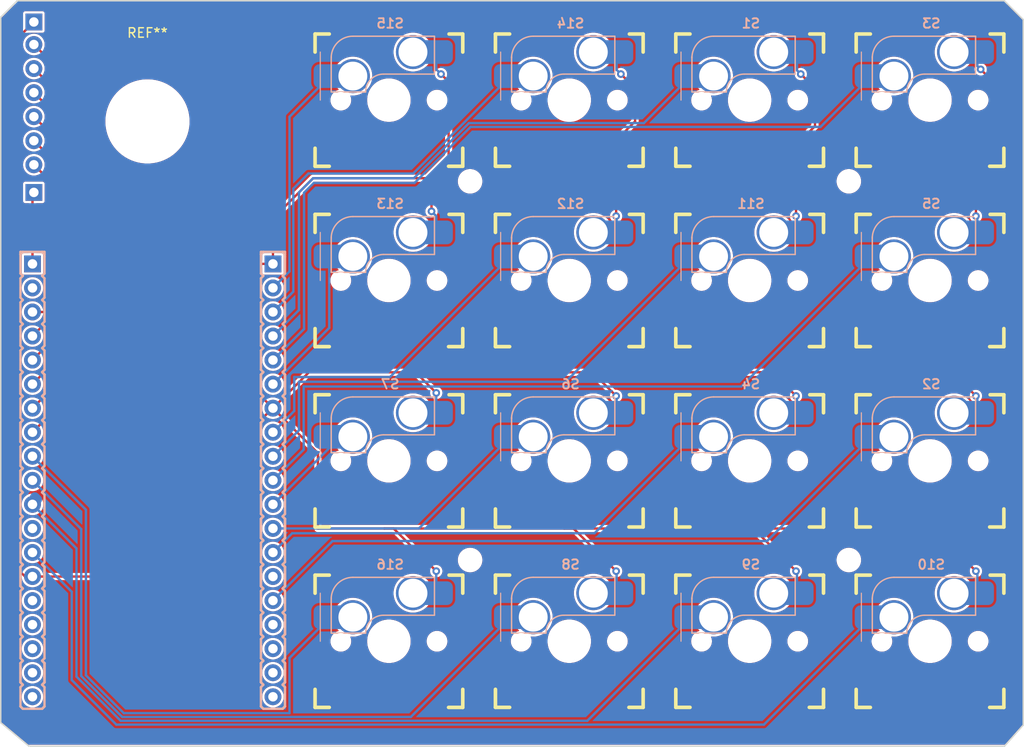
<source format=kicad_pcb>
(kicad_pcb (version 20241229) (generator "pcbnew") (generator_version "9.0")
  (layers (0 "F.Cu" signal) (2 "B.Cu" signal) (13 "F.Paste" user) (15 "B.Paste" user) (5 "F.SilkS" user "F.Silkscreen") (7 "B.SilkS" user "B.Silkscreen") (1 "F.Mask" user) (3 "B.Mask" user) (25 "Edge.Cuts" user))
  (net 0 "")
  (net 1 "/GND")
  (net 2 "+3V3")
  (net 3 "+5V")
  (net 4 "/ESP_EN")
  (net 5 "/GPIO2")
  (net 6 "/GPIO0")
  (net 7 "/GPIO12")
  (net 8 "/GPIO26")
  (net 9 "/GPIO17")
  (net 10 "/GPIO7/SD_DATA0")
  (net 11 "/GPIO10/SD_DATA3")
  (net 12 "/GPIO8/SD_DATA1")
  (net 13 "/GPIO11/SD_CMD")
  (net 14 "/GPIO9/SD_DATA2")
  (net 15 "/GPIO13")
  (net 16 "/GPIO6/SD_CLK")
  (net 17 "/GPIO14")
  (net 18 "/GPIO16")
  (net 19 "/GPIO4")
  (net 20 "/GPIO15")
  (net 21 "/GPIO27")
  (net 22 "/GPI36/SENSOR_VP")
  (net 23 "/GPI39/SENSOR_VN")
  (net 24 "/GPIO23")
  (net 25 "/GPIO32")
  (net 26 "/GPI35")
  (net 27 "/GPIO21")
  (net 28 "/GPIO25")
  (net 29 "/GPIO22")
  (net 30 "/GPIO33")
  (net 31 "/GPI34")
  (net 32 "/GPIO18")
  (net 33 "/GPIO19")
  (net 34 "/GPIO5")
  (net 35 "/GPIO1")
  (net 36 "/GPIO3")
  (footprint "MountingHole:MountingHole_2.1mm" (layer "F.Cu") (at 138.5761 124.8286)
    (property "Reference" "REF**")
    (property "Value" "MountingHole_2.1mm")
    (pad "" np_thru_hole circle (at 0 0) (size 2.1 2.1) (drill 2.1) (layers "*.Cu" "*.Mask"))
  )
  (footprint "" (layer "F.Cu") (at 92.5 68)
    (property "Reference" "" (at 0 0 0) (layer "F.SilkS") (effects (font (size 1.27 1.27))))
    (property "Value" "")
    (pad "1" thru_hole rect (at 0 0 270) (size 1.778 1.778) (drill 1) (layers "*.Cu" "*.Mask") (net 1 "/GND"))
  )
  (footprint "MountingHole:MountingHole_2.1mm" (layer "F.Cu") (at 178.5761 124.8286)
    (property "Reference" "REF**")
    (property "Value" "MountingHole_2.1mm")
    (pad "" np_thru_hole circle (at 0 0) (size 2.1 2.1) (drill 2.1) (layers "*.Cu" "*.Mask"))
  )
  (footprint "" (layer "F.Cu") (at 92.5 83.08 180)
    (property "Reference" "" (at 0 0 0) (layer "F.SilkS") (effects (font (size 1.27 1.27))))
    (property "Value" "")
    (pad "3" thru_hole circle (at 0 0 90) (size 1.778 1.778) (drill 1) (layers "*.Cu" "*.Mask") (net 22 "/GPI36/SENSOR_VP"))
  )
  (footprint "" (layer "F.Cu") (at 92.5 86)
    (property "Reference" "" (at 0 0 0) (layer "F.SilkS") (effects (font (size 1.27 1.27))))
    (property "Value" "")
    (pad "1" thru_hole rect (at 0 0 270) (size 1.778 1.778) (drill 1) (layers "*.Cu" "*.Mask") (net 2 "+3V3"))
  )
  (footprint "" (layer "F.Cu") (at 92.5 70.38 180)
    (property "Reference" "" (at 0 0 0) (layer "F.SilkS") (effects (font (size 1.27 1.27))))
    (property "Value" "")
    (pad "8" thru_hole circle (at 0 0 90) (size 1.778 1.778) (drill 1) (layers "*.Cu" "*.Mask") (net 30 "/GPIO33"))
  )
  (footprint "" (layer "F.Cu") (at 92.5 78 180)
    (property "Reference" "" (at 0 0 0) (layer "F.SilkS") (effects (font (size 1.27 1.27))))
    (property "Value" "")
    (pad "5" thru_hole circle (at 0 0 90) (size 1.778 1.778) (drill 1) (layers "*.Cu" "*.Mask") (net 31 "/GPI34"))
  )
  (footprint "" (layer "F.Cu") (at 92.5 80.54 180)
    (property "Reference" "" (at 0 0 0) (layer "F.SilkS") (effects (font (size 1.27 1.27))))
    (property "Value" "")
    (pad "4" thru_hole circle (at 0 0 90) (size 1.778 1.778) (drill 1) (layers "*.Cu" "*.Mask") (net 23 "/GPI39/SENSOR_VN"))
  )
  (footprint "" (layer "F.Cu") (at 92.5 72.92 180)
    (property "Reference" "" (at 0 0 0) (layer "F.SilkS") (effects (font (size 1.27 1.27))))
    (property "Value" "")
    (pad "7" thru_hole circle (at 0 0 90) (size 1.778 1.778) (drill 1) (layers "*.Cu" "*.Mask") (net 25 "/GPIO32"))
  )
  (footprint "MountingHole:MountingHole_8.4mm_M8" (layer "F.Cu") (at 104.5 78.5)
    (property "Reference" "REF**" (at 0 -9.35 0) (layer "F.SilkS"))
    (property "Value" "MountingHole_8.4mm_M8")
    (pad "" np_thru_hole circle (at 0 0) (size 8.4 8.4) (drill 8.4) (layers "*.Cu" "*.Mask"))
  )
  (footprint "MountingHole:MountingHole_2.1mm" (layer "F.Cu") (at 138.5761 84.8286)
    (property "Reference" "REF**")
    (property "Value" "MountingHole_2.1mm")
    (pad "" np_thru_hole circle (at 0 0) (size 2.1 2.1) (drill 2.1) (layers "*.Cu" "*.Mask"))
  )
  (footprint "MountingHole:MountingHole_2.1mm" (layer "F.Cu") (at 178.5761 84.8286)
    (property "Reference" "REF**")
    (property "Value" "MountingHole_2.1mm")
    (pad "" np_thru_hole circle (at 0 0) (size 2.1 2.1) (drill 2.1) (layers "*.Cu" "*.Mask"))
  )
  (footprint "" (layer "F.Cu") (at 92.5 75.46 180)
    (property "Reference" "" (at 0 0 0) (layer "F.SilkS") (effects (font (size 1.27 1.27))))
    (property "Value" "")
    (pad "6" thru_hole circle (at 0 0 90) (size 1.778 1.778) (drill 1) (layers "*.Cu" "*.Mask") (net 26 "/GPI35"))
  )
  (footprint "Keyswitch:Kailh-CPG151101S11_MX_Socket-1.00u" (layer "B.Cu") (at 130.0011 76.2536 180)
    (property "Reference" "S15" (at -0.13 8.1 0) (layer "B.SilkS") (effects (font (thickness 0.2)) (justify mirror)))
    (property "Value" "MOMENTARY-SWITCH-SPST-LED-PTH-CHERRY" (hide yes))
    (pad "" np_thru_hole circle (at -5.08 0 180) (size 1.7 1.7) (drill 1.7) (layers "*.Cu" "*.Mask"))
    (pad "" np_thru_hole circle (at 0 0 180) (size 4.1 4.1) (drill 4.1) (layers "*.Cu" "*.Mask"))
    (pad "" np_thru_hole circle (at 5.08 0 180) (size 1.7 1.7) (drill 1.7) (layers "*.Cu" "*.Mask"))
    (pad "1" thru_hole circle (at -2.54 5.08 180) (size 3.6 3.6) (drill 3.05) (layers "*.Cu" "*.Mask"))
    (pad "2" thru_hole circle (at 3.81 2.54 180) (size 3.6 3.6) (drill 3.05) (layers "*.Cu" "*.Mask"))
    (pad "S1" smd roundrect (at -5 5.08 180) (size 3.5 2.5) (layers "B.Cu" "B.Mask" "B.Paste") (net 1 "/GND"))
    (pad "S2" smd roundrect (at 6.2 2.54 180) (size 3.5 2.5) (layers "B.Cu" "B.Mask" "B.Paste") (net 24 "/GPIO23"))
  )
  (footprint "Keyswitch:Kailh-CPG151101S11_MX_Socket-1.00u" (layer "B.Cu") (at 168.1011 133.4036 180)
    (property "Reference" "S9" (at -0.13 8.1 0) (layer "B.SilkS") (effects (font (thickness 0.2)) (justify mirror)))
    (property "Value" "MOMENTARY-SWITCH-SPST-LED-PTH-CHERRY" (hide yes))
    (pad "" np_thru_hole circle (at -5.08 0 180) (size 1.7 1.7) (drill 1.7) (layers "*.Cu" "*.Mask"))
    (pad "" np_thru_hole circle (at 0 0 180) (size 4.1 4.1) (drill 4.1) (layers "*.Cu" "*.Mask"))
    (pad "" np_thru_hole circle (at 5.08 0 180) (size 1.7 1.7) (drill 1.7) (layers "*.Cu" "*.Mask"))
    (pad "1" thru_hole circle (at -2.54 5.08 180) (size 3.6 3.6) (drill 3.05) (layers "*.Cu" "*.Mask"))
    (pad "2" thru_hole circle (at 3.81 2.54 180) (size 3.6 3.6) (drill 3.05) (layers "*.Cu" "*.Mask"))
    (pad "S1" smd roundrect (at -5 5.08 180) (size 3.5 2.5) (layers "B.Cu" "B.Mask" "B.Paste") (net 1 "/GND"))
    (pad "S2" smd roundrect (at 6.2 2.54 180) (size 3.5 2.5) (layers "B.Cu" "B.Mask" "B.Paste") (net 21 "/GPIO27"))
  )
  (footprint "Keyswitch:Kailh-CPG151101S11_MX_Socket-1.00u" (layer "B.Cu") (at 187.1511 95.3036 180)
    (property "Reference" "S5" (at -0.13 8.1 0) (layer "B.SilkS") (effects (font (thickness 0.2)) (justify mirror)))
    (property "Value" "MOMENTARY-SWITCH-SPST-LED-PTH-CHERRY" (hide yes))
    (pad "" np_thru_hole circle (at -5.08 0 180) (size 1.7 1.7) (drill 1.7) (layers "*.Cu" "*.Mask"))
    (pad "" np_thru_hole circle (at 0 0 180) (size 4.1 4.1) (drill 4.1) (layers "*.Cu" "*.Mask"))
    (pad "" np_thru_hole circle (at 5.08 0 180) (size 1.7 1.7) (drill 1.7) (layers "*.Cu" "*.Mask"))
    (pad "1" thru_hole circle (at -2.54 5.08 180) (size 3.6 3.6) (drill 3.05) (layers "*.Cu" "*.Mask"))
    (pad "2" thru_hole circle (at 3.81 2.54 180) (size 3.6 3.6) (drill 3.05) (layers "*.Cu" "*.Mask"))
    (pad "S1" smd roundrect (at -5 5.08 180) (size 3.5 2.5) (layers "B.Cu" "B.Mask" "B.Paste") (net 1 "/GND"))
    (pad "S2" smd roundrect (at 6.2 2.54 180) (size 3.5 2.5) (layers "B.Cu" "B.Mask" "B.Paste") (net 34 "/GPIO5"))
  )
  (footprint "Keyswitch:Kailh-CPG151101S11_MX_Socket-1.00u" (layer "B.Cu") (at 149.0511 76.2536 180)
    (property "Reference" "S14" (at -0.13 8.1 0) (layer "B.SilkS") (effects (font (thickness 0.2)) (justify mirror)))
    (property "Value" "MOMENTARY-SWITCH-SPST-LED-PTH-CHERRY" (hide yes))
    (pad "" np_thru_hole circle (at -5.08 0 180) (size 1.7 1.7) (drill 1.7) (layers "*.Cu" "*.Mask"))
    (pad "" np_thru_hole circle (at 0 0 180) (size 4.1 4.1) (drill 4.1) (layers "*.Cu" "*.Mask"))
    (pad "" np_thru_hole circle (at 5.08 0 180) (size 1.7 1.7) (drill 1.7) (layers "*.Cu" "*.Mask"))
    (pad "1" thru_hole circle (at -2.54 5.08 180) (size 3.6 3.6) (drill 3.05) (layers "*.Cu" "*.Mask"))
    (pad "2" thru_hole circle (at 3.81 2.54 180) (size 3.6 3.6) (drill 3.05) (layers "*.Cu" "*.Mask"))
    (pad "S1" smd roundrect (at -5 5.08 180) (size 3.5 2.5) (layers "B.Cu" "B.Mask" "B.Paste") (net 1 "/GND"))
    (pad "S2" smd roundrect (at 6.2 2.54 180) (size 3.5 2.5) (layers "B.Cu" "B.Mask" "B.Paste") (net 29 "/GPIO22"))
  )
  (footprint "Keyswitch:Kailh-CPG151101S11_MX_Socket-1.00u" (layer "B.Cu") (at 187.1511 76.2536 180)
    (property "Reference" "S3" (at -0.13 8.1 0) (layer "B.SilkS") (effects (font (thickness 0.2)) (justify mirror)))
    (property "Value" "MOMENTARY-SWITCH-SPST-LED-PTH-CHERRY" (hide yes))
    (pad "" np_thru_hole circle (at -5.08 0 180) (size 1.7 1.7) (drill 1.7) (layers "*.Cu" "*.Mask"))
    (pad "" np_thru_hole circle (at 0 0 180) (size 4.1 4.1) (drill 4.1) (layers "*.Cu" "*.Mask"))
    (pad "" np_thru_hole circle (at 5.08 0 180) (size 1.7 1.7) (drill 1.7) (layers "*.Cu" "*.Mask"))
    (pad "1" thru_hole circle (at -2.54 5.08 180) (size 3.6 3.6) (drill 3.05) (layers "*.Cu" "*.Mask"))
    (pad "2" thru_hole circle (at 3.81 2.54 180) (size 3.6 3.6) (drill 3.05) (layers "*.Cu" "*.Mask"))
    (pad "S1" smd roundrect (at -5 5.08 180) (size 3.5 2.5) (layers "B.Cu" "B.Mask" "B.Paste") (net 1 "/GND"))
    (pad "S2" smd roundrect (at 6.2 2.54 180) (size 3.5 2.5) (layers "B.Cu" "B.Mask" "B.Paste") (net 36 "/GPIO3"))
  )
  (footprint "Keyswitch:Kailh-CPG151101S11_MX_Socket-1.00u" (layer "B.Cu") (at 130.0011 95.3036 180)
    (property "Reference" "S13" (at -0.13 8.1 0) (layer "B.SilkS") (effects (font (thickness 0.2)) (justify mirror)))
    (property "Value" "MOMENTARY-SWITCH-SPST-LED-PTH-CHERRY" (hide yes))
    (pad "" np_thru_hole circle (at -5.08 0 180) (size 1.7 1.7) (drill 1.7) (layers "*.Cu" "*.Mask"))
    (pad "" np_thru_hole circle (at 0 0 180) (size 4.1 4.1) (drill 4.1) (layers "*.Cu" "*.Mask"))
    (pad "" np_thru_hole circle (at 5.08 0 180) (size 1.7 1.7) (drill 1.7) (layers "*.Cu" "*.Mask"))
    (pad "1" thru_hole circle (at -2.54 5.08 180) (size 3.6 3.6) (drill 3.05) (layers "*.Cu" "*.Mask"))
    (pad "2" thru_hole circle (at 3.81 2.54 180) (size 3.6 3.6) (drill 3.05) (layers "*.Cu" "*.Mask"))
    (pad "S1" smd roundrect (at -5 5.08 180) (size 3.5 2.5) (layers "B.Cu" "B.Mask" "B.Paste") (net 1 "/GND"))
    (pad "S2" smd roundrect (at 6.2 2.54 180) (size 3.5 2.5) (layers "B.Cu" "B.Mask" "B.Paste") (net 27 "/GPIO21"))
  )
  (footprint "Keyswitch:Kailh-CPG151101S11_MX_Socket-1.00u" (layer "B.Cu") (at 149.0511 133.4036 180)
    (property "Reference" "S8" (at -0.13 8.1 0) (layer "B.SilkS") (effects (font (thickness 0.2)) (justify mirror)))
    (property "Value" "MOMENTARY-SWITCH-SPST-LED-PTH-CHERRY" (hide yes))
    (pad "" np_thru_hole circle (at -5.08 0 180) (size 1.7 1.7) (drill 1.7) (layers "*.Cu" "*.Mask"))
    (pad "" np_thru_hole circle (at 0 0 180) (size 4.1 4.1) (drill 4.1) (layers "*.Cu" "*.Mask"))
    (pad "" np_thru_hole circle (at 5.08 0 180) (size 1.7 1.7) (drill 1.7) (layers "*.Cu" "*.Mask"))
    (pad "1" thru_hole circle (at -2.54 5.08 180) (size 3.6 3.6) (drill 3.05) (layers "*.Cu" "*.Mask"))
    (pad "2" thru_hole circle (at 3.81 2.54 180) (size 3.6 3.6) (drill 3.05) (layers "*.Cu" "*.Mask"))
    (pad "S1" smd roundrect (at -5 5.08 180) (size 3.5 2.5) (layers "B.Cu" "B.Mask" "B.Paste") (net 1 "/GND"))
    (pad "S2" smd roundrect (at 6.2 2.54 180) (size 3.5 2.5) (layers "B.Cu" "B.Mask" "B.Paste") (net 8 "/GPIO26"))
  )
  (footprint "Keyswitch:Kailh-CPG151101S11_MX_Socket-1.00u" (layer "B.Cu") (at 168.1011 114.3536 180)
    (property "Reference" "S4" (at -0.13 8.1 0) (layer "B.SilkS") (effects (font (thickness 0.2)) (justify mirror)))
    (property "Value" "MOMENTARY-SWITCH-SPST-LED-PTH-CHERRY" (hide yes))
    (pad "" np_thru_hole circle (at -5.08 0 180) (size 1.7 1.7) (drill 1.7) (layers "*.Cu" "*.Mask"))
    (pad "" np_thru_hole circle (at 0 0 180) (size 4.1 4.1) (drill 4.1) (layers "*.Cu" "*.Mask"))
    (pad "" np_thru_hole circle (at 5.08 0 180) (size 1.7 1.7) (drill 1.7) (layers "*.Cu" "*.Mask"))
    (pad "1" thru_hole circle (at -2.54 5.08 180) (size 3.6 3.6) (drill 3.05) (layers "*.Cu" "*.Mask"))
    (pad "2" thru_hole circle (at 3.81 2.54 180) (size 3.6 3.6) (drill 3.05) (layers "*.Cu" "*.Mask"))
    (pad "S1" smd roundrect (at -5 5.08 180) (size 3.5 2.5) (layers "B.Cu" "B.Mask" "B.Paste") (net 1 "/GND"))
    (pad "S2" smd roundrect (at 6.2 2.54 180) (size 3.5 2.5) (layers "B.Cu" "B.Mask" "B.Paste") (net 19 "/GPIO4"))
  )
  (footprint "OLIMEX_Connectors-FP:HN1x19" (layer "B.Cu") (at 92.354 115.14 -90)
    (property "Reference" "EXT1" (hide yes))
    (property "Value" "HN1x19" (hide yes))
    (pad "1" thru_hole rect (at -21.59 0 270) (size 1.778 1.778) (drill 1) (layers "*.Cu" "*.Mask") (net 2 "+3V3"))
    (pad "2" thru_hole circle (at -19.05 0 270) (size 1.778 1.778) (drill 1) (layers "*.Cu" "*.Mask") (net 4 "/ESP_EN"))
    (pad "3" thru_hole circle (at -16.51 0 270) (size 1.778 1.778) (drill 1) (layers "*.Cu" "*.Mask") (net 22 "/GPI36/SENSOR_VP"))
    (pad "4" thru_hole circle (at -13.97 0 270) (size 1.778 1.778) (drill 1) (layers "*.Cu" "*.Mask") (net 23 "/GPI39/SENSOR_VN"))
    (pad "5" thru_hole circle (at -11.43 0 270) (size 1.778 1.778) (drill 1) (layers "*.Cu" "*.Mask") (net 31 "/GPI34"))
    (pad "6" thru_hole circle (at -8.89 0 270) (size 1.778 1.778) (drill 1) (layers "*.Cu" "*.Mask") (net 26 "/GPI35"))
    (pad "7" thru_hole circle (at -6.35 0 270) (size 1.778 1.778) (drill 1) (layers "*.Cu" "*.Mask") (net 25 "/GPIO32"))
    (pad "8" thru_hole circle (at -3.81 0 270) (size 1.778 1.778) (drill 1) (layers "*.Cu" "*.Mask") (net 30 "/GPIO33"))
    (pad "9" thru_hole circle (at -1.27 0 270) (size 1.778 1.778) (drill 1) (layers "*.Cu" "*.Mask") (net 28 "/GPIO25"))
    (pad "10" thru_hole circle (at 1.27 0 270) (size 1.778 1.778) (drill 1) (layers "*.Cu" "*.Mask") (net 8 "/GPIO26"))
    (pad "11" thru_hole circle (at 3.81 0 270) (size 1.778 1.778) (drill 1) (layers "*.Cu" "*.Mask") (net 21 "/GPIO27"))
    (pad "12" thru_hole circle (at 6.35 0 270) (size 1.778 1.778) (drill 1) (layers "*.Cu" "*.Mask") (net 17 "/GPIO14"))
    (pad "13" thru_hole circle (at 8.89 0 270) (size 1.778 1.778) (drill 1) (layers "*.Cu" "*.Mask") (net 7 "/GPIO12"))
    (pad "14" thru_hole circle (at 11.43 0 270) (size 1.778 1.778) (drill 1) (layers "*.Cu" "*.Mask") (net 1 "/GND"))
    (pad "15" thru_hole circle (at 13.97 0 270) (size 1.778 1.778) (drill 1) (layers "*.Cu" "*.Mask") (net 15 "/GPIO13"))
    (pad "16" thru_hole circle (at 16.51 0 270) (size 1.778 1.778) (drill 1) (layers "*.Cu" "*.Mask") (net 14 "/GPIO9/SD_DATA2"))
    (pad "17" thru_hole circle (at 19.05 0 270) (size 1.778 1.778) (drill 1) (layers "*.Cu" "*.Mask") (net 11 "/GPIO10/SD_DATA3"))
    (pad "18" thru_hole circle (at 21.59 0 270) (size 1.778 1.778) (drill 1) (layers "*.Cu" "*.Mask") (net 13 "/GPIO11/SD_CMD"))
    (pad "19" thru_hole circle (at 24.13 0 270) (size 1.778 1.778) (drill 1) (layers "*.Cu" "*.Mask") (net 3 "+5V"))
  )
  (footprint "Keyswitch:Kailh-CPG151101S11_MX_Socket-1.00u" (layer "B.Cu") (at 168.1011 95.3036 180)
    (property "Reference" "S11" (at -0.13 8.1 0) (layer "B.SilkS") (effects (font (thickness 0.2)) (justify mirror)))
    (property "Value" "MOMENTARY-SWITCH-SPST-LED-PTH-CHERRY" (hide yes))
    (pad "" np_thru_hole circle (at -5.08 0 180) (size 1.7 1.7) (drill 1.7) (layers "*.Cu" "*.Mask"))
    (pad "" np_thru_hole circle (at 0 0 180) (size 4.1 4.1) (drill 4.1) (layers "*.Cu" "*.Mask"))
    (pad "" np_thru_hole circle (at 5.08 0 180) (size 1.7 1.7) (drill 1.7) (layers "*.Cu" "*.Mask"))
    (pad "1" thru_hole circle (at -2.54 5.08 180) (size 3.6 3.6) (drill 3.05) (layers "*.Cu" "*.Mask"))
    (pad "2" thru_hole circle (at 3.81 2.54 180) (size 3.6 3.6) (drill 3.05) (layers "*.Cu" "*.Mask"))
    (pad "S1" smd roundrect (at -5 5.08 180) (size 3.5 2.5) (layers "B.Cu" "B.Mask" "B.Paste") (net 1 "/GND"))
    (pad "S2" smd roundrect (at 6.2 2.54 180) (size 3.5 2.5) (layers "B.Cu" "B.Mask" "B.Paste") (net 32 "/GPIO18"))
  )
  (footprint "Keyswitch:Kailh-CPG151101S11_MX_Socket-1.00u" (layer "B.Cu") (at 149.0511 95.3036 180)
    (property "Reference" "S12" (at -0.13 8.1 0) (layer "B.SilkS") (effects (font (thickness 0.2)) (justify mirror)))
    (property "Value" "MOMENTARY-SWITCH-SPST-LED-PTH-CHERRY" (hide yes))
    (pad "" np_thru_hole circle (at -5.08 0 180) (size 1.7 1.7) (drill 1.7) (layers "*.Cu" "*.Mask"))
    (pad "" np_thru_hole circle (at 0 0 180) (size 4.1 4.1) (drill 4.1) (layers "*.Cu" "*.Mask"))
    (pad "" np_thru_hole circle (at 5.08 0 180) (size 1.7 1.7) (drill 1.7) (layers "*.Cu" "*.Mask"))
    (pad "1" thru_hole circle (at -2.54 5.08 180) (size 3.6 3.6) (drill 3.05) (layers "*.Cu" "*.Mask"))
    (pad "2" thru_hole circle (at 3.81 2.54 180) (size 3.6 3.6) (drill 3.05) (layers "*.Cu" "*.Mask"))
    (pad "S1" smd roundrect (at -5 5.08 180) (size 3.5 2.5) (layers "B.Cu" "B.Mask" "B.Paste") (net 1 "/GND"))
    (pad "S2" smd roundrect (at 6.2 2.54 180) (size 3.5 2.5) (layers "B.Cu" "B.Mask" "B.Paste") (net 33 "/GPIO19"))
  )
  (footprint "OLIMEX_Connectors-FP:HN1x19" (layer "B.Cu") (at 117.754 115.14 -90)
    (property "Reference" "EXT2" (hide yes))
    (property "Value" "HN1x19" (hide yes))
    (pad "1" thru_hole rect (at -21.59 0 270) (size 1.778 1.778) (drill 1) (layers "*.Cu" "*.Mask") (net 1 "/GND"))
    (pad "2" thru_hole circle (at -19.05 0 270) (size 1.778 1.778) (drill 1) (layers "*.Cu" "*.Mask") (net 24 "/GPIO23"))
    (pad "3" thru_hole circle (at -16.51 0 270) (size 1.778 1.778) (drill 1) (layers "*.Cu" "*.Mask") (net 29 "/GPIO22"))
    (pad "4" thru_hole circle (at -13.97 0 270) (size 1.778 1.778) (drill 1) (layers "*.Cu" "*.Mask") (net 35 "/GPIO1"))
    (pad "5" thru_hole circle (at -11.43 0 270) (size 1.778 1.778) (drill 1) (layers "*.Cu" "*.Mask") (net 36 "/GPIO3"))
    (pad "6" thru_hole circle (at -8.89 0 270) (size 1.778 1.778) (drill 1) (layers "*.Cu" "*.Mask") (net 27 "/GPIO21"))
    (pad "7" thru_hole circle (at -6.35 0 270) (size 1.778 1.778) (drill 1) (layers "*.Cu" "*.Mask") (net 1 "/GND"))
    (pad "8" thru_hole circle (at -3.81 0 270) (size 1.778 1.778) (drill 1) (layers "*.Cu" "*.Mask") (net 33 "/GPIO19"))
    (pad "9" thru_hole circle (at -1.27 0 270) (size 1.778 1.778) (drill 1) (layers "*.Cu" "*.Mask") (net 32 "/GPIO18"))
    (pad "10" thru_hole circle (at 1.27 0 270) (size 1.778 1.778) (drill 1) (layers "*.Cu" "*.Mask") (net 34 "/GPIO5"))
    (pad "11" thru_hole circle (at 3.81 0 270) (size 1.778 1.778) (drill 1) (layers "*.Cu" "*.Mask") (net 9 "/GPIO17"))
    (pad "12" thru_hole circle (at 6.35 0 270) (size 1.778 1.778) (drill 1) (layers "*.Cu" "*.Mask") (net 18 "/GPIO16"))
    (pad "13" thru_hole circle (at 8.89 0 270) (size 1.778 1.778) (drill 1) (layers "*.Cu" "*.Mask") (net 19 "/GPIO4"))
    (pad "14" thru_hole circle (at 11.43 0 270) (size 1.778 1.778) (drill 1) (layers "*.Cu" "*.Mask") (net 6 "/GPIO0"))
    (pad "15" thru_hole circle (at 13.97 0 270) (size 1.778 1.778) (drill 1) (layers "*.Cu" "*.Mask") (net 5 "/GPIO2"))
    (pad "16" thru_hole circle (at 16.51 0 270) (size 1.778 1.778) (drill 1) (layers "*.Cu" "*.Mask") (net 20 "/GPIO15"))
    (pad "17" thru_hole circle (at 19.05 0 270) (size 1.778 1.778) (drill 1) (layers "*.Cu" "*.Mask") (net 12 "/GPIO8/SD_DATA1"))
    (pad "18" thru_hole circle (at 21.59 0 270) (size 1.778 1.778) (drill 1) (layers "*.Cu" "*.Mask") (net 10 "/GPIO7/SD_DATA0"))
    (pad "19" thru_hole circle (at 24.13 0 270) (size 1.778 1.778) (drill 1) (layers "*.Cu" "*.Mask") (net 16 "/GPIO6/SD_CLK"))
  )
  (footprint "Keyswitch:Kailh-CPG151101S11_MX_Socket-1.00u" (layer "B.Cu") (at 187.1511 114.3536 180)
    (property "Reference" "S2" (at -0.13 8.1 0) (layer "B.SilkS") (effects (font (thickness 0.2)) (justify mirror)))
    (property "Value" "MOMENTARY-SWITCH-SPST-LED-PTH-CHERRY" (hide yes))
    (pad "" np_thru_hole circle (at -5.08 0 180) (size 1.7 1.7) (drill 1.7) (layers "*.Cu" "*.Mask"))
    (pad "" np_thru_hole circle (at 0 0 180) (size 4.1 4.1) (drill 4.1) (layers "*.Cu" "*.Mask"))
    (pad "" np_thru_hole circle (at 5.08 0 180) (size 1.7 1.7) (drill 1.7) (layers "*.Cu" "*.Mask"))
    (pad "1" thru_hole circle (at -2.54 5.08 180) (size 3.6 3.6) (drill 3.05) (layers "*.Cu" "*.Mask"))
    (pad "2" thru_hole circle (at 3.81 2.54 180) (size 3.6 3.6) (drill 3.05) (layers "*.Cu" "*.Mask"))
    (pad "S1" smd roundrect (at -5 5.08 180) (size 3.5 2.5) (layers "B.Cu" "B.Mask" "B.Paste") (net 1 "/GND"))
    (pad "S2" smd roundrect (at 6.2 2.54 180) (size 3.5 2.5) (layers "B.Cu" "B.Mask" "B.Paste") (net 5 "/GPIO2"))
  )
  (footprint "Keyswitch:Kailh-CPG151101S11_MX_Socket-1.00u" (layer "B.Cu") (at 168.1011 76.2536 180)
    (property "Reference" "S1" (at -0.13 8.1 0) (layer "B.SilkS") (effects (font (thickness 0.2)) (justify mirror)))
    (property "Value" "MOMENTARY-SWITCH-SPST-LED-PTH-CHERRY" (hide yes))
    (pad "" np_thru_hole circle (at -5.08 0 180) (size 1.7 1.7) (drill 1.7) (layers "*.Cu" "*.Mask"))
    (pad "" np_thru_hole circle (at 0 0 180) (size 4.1 4.1) (drill 4.1) (layers "*.Cu" "*.Mask"))
    (pad "" np_thru_hole circle (at 5.08 0 180) (size 1.7 1.7) (drill 1.7) (layers "*.Cu" "*.Mask"))
    (pad "1" thru_hole circle (at -2.54 5.08 180) (size 3.6 3.6) (drill 3.05) (layers "*.Cu" "*.Mask"))
    (pad "2" thru_hole circle (at 3.81 2.54 180) (size 3.6 3.6) (drill 3.05) (layers "*.Cu" "*.Mask"))
    (pad "S1" smd roundrect (at -5 5.08 180) (size 3.5 2.5) (layers "B.Cu" "B.Mask" "B.Paste") (net 1 "/GND"))
    (pad "S2" smd roundrect (at 6.2 2.54 180) (size 3.5 2.5) (layers "B.Cu" "B.Mask" "B.Paste") (net 35 "/GPIO1"))
  )
  (footprint "Keyswitch:Kailh-CPG151101S11_MX_Socket-1.00u" (layer "B.Cu") (at 130.0011 133.4072 180)
    (property "Reference" "S16" (at -0.13 8.1 0) (layer "B.SilkS") (effects (font (thickness 0.2)) (justify mirror)))
    (property "Value" "MOMENTARY-SWITCH-SPST-LED-PTH-CHERRY" (hide yes))
    (pad "" np_thru_hole circle (at -5.08 0 180) (size 1.7 1.7) (drill 1.7) (layers "*.Cu" "*.Mask"))
    (pad "" np_thru_hole circle (at 0 0 180) (size 4.1 4.1) (drill 4.1) (layers "*.Cu" "*.Mask"))
    (pad "" np_thru_hole circle (at 5.08 0 180) (size 1.7 1.7) (drill 1.7) (layers "*.Cu" "*.Mask"))
    (pad "1" thru_hole circle (at -2.54 5.08 180) (size 3.6 3.6) (drill 3.05) (layers "*.Cu" "*.Mask"))
    (pad "2" thru_hole circle (at 3.81 2.54 180) (size 3.6 3.6) (drill 3.05) (layers "*.Cu" "*.Mask"))
    (pad "S1" smd roundrect (at -5 5.08 180) (size 3.5 2.5) (layers "B.Cu" "B.Mask" "B.Paste") (net 1 "/GND"))
    (pad "S2" smd roundrect (at 6.2 2.54 180) (size 3.5 2.5) (layers "B.Cu" "B.Mask" "B.Paste") (net 28 "/GPIO25"))
  )
  (footprint "Keyswitch:Kailh-CPG151101S11_MX_Socket-1.00u" (layer "B.Cu") (at 130.0011 114.3536 180)
    (property "Reference" "S7" (at -0.13 8.1 0) (layer "B.SilkS") (effects (font (thickness 0.2)) (justify mirror)))
    (property "Value" "MOMENTARY-SWITCH-SPST-LED-PTH-CHERRY" (hide yes))
    (pad "" np_thru_hole circle (at -5.08 0 180) (size 1.7 1.7) (drill 1.7) (layers "*.Cu" "*.Mask"))
    (pad "" np_thru_hole circle (at 0 0 180) (size 4.1 4.1) (drill 4.1) (layers "*.Cu" "*.Mask"))
    (pad "" np_thru_hole circle (at 5.08 0 180) (size 1.7 1.7) (drill 1.7) (layers "*.Cu" "*.Mask"))
    (pad "1" thru_hole circle (at -2.54 5.08 180) (size 3.6 3.6) (drill 3.05) (layers "*.Cu" "*.Mask"))
    (pad "2" thru_hole circle (at 3.81 2.54 180) (size 3.6 3.6) (drill 3.05) (layers "*.Cu" "*.Mask"))
    (pad "S1" smd roundrect (at -5 5.08 180) (size 3.5 2.5) (layers "B.Cu" "B.Mask" "B.Paste") (net 1 "/GND"))
    (pad "S2" smd roundrect (at 6.2 2.54 180) (size 3.5 2.5) (layers "B.Cu" "B.Mask" "B.Paste") (net 9 "/GPIO17"))
  )
  (footprint "Keyswitch:Kailh-CPG151101S11_MX_Socket-1.00u" (layer "B.Cu") (at 187.1511 133.4072 180)
    (property "Reference" "S10" (at -0.13 8.1 0) (layer "B.SilkS") (effects (font (thickness 0.2)) (justify mirror)))
    (property "Value" "MOMENTARY-SWITCH-SPST-LED-PTH-CHERRY" (hide yes))
    (pad "" np_thru_hole circle (at -5.08 0 180) (size 1.7 1.7) (drill 1.7) (layers "*.Cu" "*.Mask"))
    (pad "" np_thru_hole circle (at 0 0 180) (size 4.1 4.1) (drill 4.1) (layers "*.Cu" "*.Mask"))
    (pad "" np_thru_hole circle (at 5.08 0 180) (size 1.7 1.7) (drill 1.7) (layers "*.Cu" "*.Mask"))
    (pad "1" thru_hole circle (at -2.54 5.08 180) (size 3.6 3.6) (drill 3.05) (layers "*.Cu" "*.Mask"))
    (pad "2" thru_hole circle (at 3.81 2.54 180) (size 3.6 3.6) (drill 3.05) (layers "*.Cu" "*.Mask"))
    (pad "S1" smd roundrect (at -5 5.08 180) (size 3.5 2.5) (layers "B.Cu" "B.Mask" "B.Paste") (net 1 "/GND"))
    (pad "S2" smd roundrect (at 6.2 2.54 180) (size 3.5 2.5) (layers "B.Cu" "B.Mask" "B.Paste") (net 7 "/GPIO12"))
  )
  (footprint "Keyswitch:Kailh-CPG151101S11_MX_Socket-1.00u" (layer "B.Cu") (at 149.0511 114.3536 180)
    (property "Reference" "S6" (at -0.13 8.1 0) (layer "B.SilkS") (effects (font (thickness 0.2)) (justify mirror)))
    (property "Value" "MOMENTARY-SWITCH-SPST-LED-PTH-CHERRY" (hide yes))
    (pad "" np_thru_hole circle (at -5.08 0 180) (size 1.7 1.7) (drill 1.7) (layers "*.Cu" "*.Mask"))
    (pad "" np_thru_hole circle (at 0 0 180) (size 4.1 4.1) (drill 4.1) (layers "*.Cu" "*.Mask"))
    (pad "" np_thru_hole circle (at 5.08 0 180) (size 1.7 1.7) (drill 1.7) (layers "*.Cu" "*.Mask"))
    (pad "1" thru_hole circle (at -2.54 5.08 180) (size 3.6 3.6) (drill 3.05) (layers "*.Cu" "*.Mask"))
    (pad "2" thru_hole circle (at 3.81 2.54 180) (size 3.6 3.6) (drill 3.05) (layers "*.Cu" "*.Mask"))
    (pad "S1" smd roundrect (at -5 5.08 180) (size 3.5 2.5) (layers "B.Cu" "B.Mask" "B.Paste") (net 1 "/GND"))
    (pad "S2" smd roundrect (at 6.2 2.54 180) (size 3.5 2.5) (layers "B.Cu" "B.Mask" "B.Paste") (net 18 "/GPIO16"))
  )
  (gr_line (start 197.0011 67.7536) (end 195.0011 65.7536) (stroke (width 0.1524)) (layer "Edge.Cuts"))
  (gr_line (start 89 67.5) (end 89 142) (stroke (width 0.1524)) (layer "Edge.Cuts"))
  (gr_line (start 90.7464 65.7536) (end 89 67.5) (stroke (width 0.1524)) (layer "Edge.Cuts"))
  (gr_line (start 92 144.5) (end 89 142) (stroke (width 0.1524)) (layer "Edge.Cuts"))
  (gr_line (start 197.0011 142.2536) (end 197.0011 67.7536) (stroke (width 0.1524)) (layer "Edge.Cuts"))
  (gr_line (start 195.0011 144.5) (end 197.0011 142.2536) (stroke (width 0.1524)) (layer "Edge.Cuts"))
  (gr_line (start 195.0011 65.7536) (end 90.7464 65.7536) (stroke (width 0.1524)) (layer "Edge.Cuts"))
  (gr_line (start 92 144.5) (end 195.0011 144.5) (stroke (width 0.1524)) (layer "Edge.Cuts"))
  (segment (start 189.5 105) (end 169 105) (width 0.25) (layer "F.Cu") (net 1))
  (segment (start 130.5 121.5) (end 129.5 121.5) (width 0.25) (layer "F.Cu") (net 1))
  (segment (start 169 105) (end 150.5 105) (width 0.25) (layer "F.Cu") (net 1))
  (segment (start 129.5 121.5) (end 122.5 121.5) (width 0.25) (layer "F.Cu") (net 1))
  (segment (start 192.5 73) (end 194 74.5) (width 0.25) (layer "F.Cu") (net 1))
  (segment (start 170.5 105) (end 169 105) (width 0.25) (layer "F.Cu") (net 1))
  (segment (start 152 82.5) (end 151 82.5) (width 0.25) (layer "F.Cu") (net 1))
  (segment (start 149.5 121.5) (end 148.5 121.5) (width 0.25) (layer "F.Cu") (net 1))
  (segment (start 134.5 85) (end 134 84.5) (width 0.25) (layer "F.Cu") (net 1))
  (segment (start 136.3071 82.1929) (end 134 84.5) (width 0.25) (layer "F.Cu") (net 1))
  (segment (start 117.754 93.55) (end 116.45 93.55) (width 0.25) (layer "F.Cu") (net 1))
  (segment (start 150.5 105) (end 132 105) (width 0.25) (layer "F.Cu") (net 1))
  (segment (start 134 84.5) (end 122 84.5) (width 0.25) (layer "F.Cu") (net 1))
  (segment (start 165.5 121.5) (end 148.5 121.5) (width 0.25) (layer "F.Cu") (net 1))
  (segment (start 135 107.1774) (end 132.8226 105) (width 0.25) (layer "F.Cu") (net 1))
  (segment (start 99.93 126.57) (end 92.354 126.57) (width 0.25) (layer "F.Cu") (net 1))
  (segment (start 187.5 121.5) (end 165.5 121.5) (width 0.25) (layer "F.Cu") (net 1))
  (segment (start 92.354 126.57) (end 91.57 126.57) (width 0.25) (layer "F.Cu") (net 1))
  (segment (start 189.5 82.5) (end 170.5 82.5) (width 0.25) (layer "F.Cu") (net 1))
  (segment (start 122 84.5) (end 117.754 88.746) (width 0.25) (layer "F.Cu") (net 1))
  (segment (start 168.5 121.5) (end 165.5 121.5) (width 0.25) (layer "F.Cu") (net 1))
  (segment (start 151 82.5) (end 136 82.5) (width 0.25) (layer "F.Cu") (net 1))
  (segment (start 173 88.5) (end 173 84) (width 0.25) (layer "F.Cu") (net 1))
  (segment (start 194 78) (end 189.5 82.5) (width 0.25) (layer "F.Cu") (net 1))
  (segment (start 91.57 126.57) (end 90.5 125.5) (width 0.25) (layer "F.Cu") (net 1))
  (segment (start 151.5 105) (end 150.5 105) (width 0.25) (layer "F.Cu") (net 1))
  (segment (start 154.5 73.5) (end 156 75) (width 0.25) (layer "F.Cu") (net 1))
  (segment (start 192 85) (end 189.5 82.5) (width 0.25) (layer "F.Cu") (net 1))
  (segment (start 132 105) (end 121.544 105) (width 0.25) (layer "F.Cu") (net 1))
  (segment (start 136 82.5) (end 134 84.5) (width 0.25) (layer "F.Cu") (net 1))
  (segment (start 173 84) (end 171.5 82.5) (width 0.25) (layer "F.Cu") (net 1))
  (segment (start 173.5 73.5) (end 175 75) (width 0.25) (layer "F.Cu") (net 1))
  (segment (start 192 126) (end 187.5 121.5) (width 0.25) (layer "F.Cu") (net 1))
  (segment (start 173 107.5) (end 170.5 105) (width 0.25) (layer "F.Cu") (net 1))
  (segment (start 154 84.5) (end 152 82.5) (width 0.25) (layer "F.Cu") (net 1))
  (segment (start 117.71 108.79) (end 99.93 126.57) (width 0.25) (layer "F.Cu") (net 1))
  (segment (start 122.5 113.536) (end 117.754 108.79) (width 0.25) (layer "F.Cu") (net 1))
  (segment (start 154 126) (end 149.5 121.5) (width 0.25) (layer "F.Cu") (net 1))
  (segment (start 171.5 82.5) (end 170.5 82.5) (width 0.25) (layer "F.Cu") (net 1))
  (segment (start 134.5 88) (end 134.5 85) (width 0.25) (layer "F.Cu") (net 1))
  (segment (start 154 107.5) (end 151.5 105) (width 0.25) (layer "F.Cu") (net 1))
  (segment (start 175 75) (end 175 79) (width 0.25) (layer "F.Cu") (net 1))
  (segment (start 194 74.5) (end 194 78) (width 0.25) (layer "F.Cu") (net 1))
  (segment (start 122.5 121.5) (end 122.5 113.536) (width 0.25) (layer "F.Cu") (net 1))
  (segment (start 136.3071 74.3071) (end 136.3071 82.1929) (width 0.25) (layer "F.Cu") (net 1))
  (segment (start 115.5 94.5) (end 115.5 106.536) (width 0.25) (layer "F.Cu") (net 1))
  (segment (start 173 126) (end 168.5 121.5) (width 0.25) (layer "F.Cu") (net 1))
  (segment (start 132.8226 105) (end 132 105) (width 0.25) (layer "F.Cu") (net 1))
  (segment (start 192 107.5) (end 189.5 105) (width 0.25) (layer "F.Cu") (net 1))
  (segment (start 192 88.5) (end 192 85) (width 0.25) (layer "F.Cu") (net 1))
  (segment (start 90.5 125.5) (end 90.5 70) (width 0.25) (layer "F.Cu") (net 1))
  (segment (start 90.5 70) (end 92.5 68) (width 0.25) (layer "F.Cu") (net 1))
  (segment (start 117.754 108.79) (end 117.71 108.79) (width 0.25) (layer "F.Cu") (net 1))
  (segment (start 116.45 93.55) (end 115.5 94.5) (width 0.25) (layer "F.Cu") (net 1))
  (segment (start 170.5 82.5) (end 151 82.5) (width 0.25) (layer "F.Cu") (net 1))
  (segment (start 156 78.5) (end 152 82.5) (width 0.25) (layer "F.Cu") (net 1))
  (segment (start 121.544 105) (end 117.754 108.79) (width 0.25) (layer "F.Cu") (net 1))
  (segment (start 135 126) (end 130.5 121.5) (width 0.25) (layer "F.Cu") (net 1))
  (segment (start 156 75) (end 156 78.5) (width 0.25) (layer "F.Cu") (net 1))
  (segment (start 135.5 73.5) (end 136.3071 74.3071) (width 0.25) (layer "F.Cu") (net 1))
  (segment (start 154 88.5) (end 154 84.5) (width 0.25) (layer "F.Cu") (net 1))
  (segment (start 115.5 106.536) (end 117.754 108.79) (width 0.25) (layer "F.Cu") (net 1))
  (segment (start 117.754 88.746) (end 117.754 93.55) (width 0.25) (layer "F.Cu") (net 1))
  (segment (start 148.5 121.5) (end 129.5 121.5) (width 0.25) (layer "F.Cu") (net 1))
  (segment (start 175 79) (end 171.5 82.5) (width 0.25) (layer "F.Cu") (net 1))
  (via (at 192 88.5) (size 0.8) (drill 0.4) (layers "F.Cu" "B.Cu") (net 1))
  (via (at 173.5 73.5) (size 0.8) (drill 0.4) (layers "F.Cu" "B.Cu") (net 1))
  (via (at 154 88.5) (size 0.8) (drill 0.4) (layers "F.Cu" "B.Cu") (net 1))
  (via (at 192.5 73) (size 0.8) (drill 0.4) (layers "F.Cu" "B.Cu") (net 1))
  (via (at 154 107.5) (size 0.8) (drill 0.4) (layers "F.Cu" "B.Cu") (net 1))
  (via (at 173 88.5) (size 0.8) (drill 0.4) (layers "F.Cu" "B.Cu") (net 1))
  (via (at 135 126) (size 0.8) (drill 0.4) (layers "F.Cu" "B.Cu") (net 1))
  (via (at 192 107.5) (size 0.8) (drill 0.4) (layers "F.Cu" "B.Cu") (net 1))
  (via (at 154.5 73.5) (size 0.8) (drill 0.4) (layers "F.Cu" "B.Cu") (net 1))
  (via (at 135 107.1774) (size 0.8) (drill 0.4) (layers "F.Cu" "B.Cu") (net 1))
  (via (at 154 126) (size 0.8) (drill 0.4) (layers "F.Cu" "B.Cu") (net 1))
  (via (at 135.5 73.5) (size 0.8) (drill 0.4) (layers "F.Cu" "B.Cu") (net 1))
  (via (at 173 126) (size 0.8) (drill 0.4) (layers "F.Cu" "B.Cu") (net 1))
  (via (at 134.5 88) (size 0.8) (drill 0.4) (layers "F.Cu" "B.Cu") (net 1))
  (via (at 173 107.5) (size 0.8) (drill 0.4) (layers "F.Cu" "B.Cu") (net 1))
  (via (at 192 126) (size 0.8) (drill 0.4) (layers "F.Cu" "B.Cu") (net 1))
  (segment (start 154.0511 90.2236) (end 154.1047 90.17) (width 0.25) (layer "B.Cu") (net 1))
  (segment (start 192.1511 71.1736) (end 192.1511 72.6511) (width 0.25) (layer "B.Cu") (net 1))
  (segment (start 135.0011 126.0011) (end 135 126) (width 0.25) (layer "B.Cu") (net 1))
  (segment (start 192.1511 72.6511) (end 192.5 73) (width 0.25) (layer "B.Cu") (net 1))
  (segment (start 135.0011 90.2236) (end 135.0011 88.5011) (width 0.25) (layer "B.Cu") (net 1))
  (segment (start 135.0011 128.3272) (end 135.0583 128.27) (width 0.25) (layer "B.Cu") (net 1))
  (segment (start 135.0011 128.3272) (end 135.0011 126.0011) (width 0.25) (layer "B.Cu") (net 1))
  (segment (start 135.0011 107.1785) (end 135 107.1774) (width 0.25) (layer "B.Cu") (net 1))
  (segment (start 135.0011 88.5011) (end 134.5 88) (width 0.25) (layer "B.Cu") (net 1))
  (segment (start 154.0511 71.1736) (end 154.0511 73.0511) (width 0.25) (layer "B.Cu") (net 1))
  (segment (start 135.0011 109.2736) (end 135.0011 107.1785) (width 0.25) (layer "B.Cu") (net 1))
  (segment (start 154.0511 109.2736) (end 154.0511 107.5511) (width 0.25) (layer "B.Cu") (net 1))
  (segment (start 154.0511 73.0511) (end 154.5 73.5) (width 0.25) (layer "B.Cu") (net 1))
  (segment (start 154.0511 88.5511) (end 154 88.5) (width 0.25) (layer "B.Cu") (net 1))
  (segment (start 154.1047 109.22) (end 154.0511 109.2736) (width 0.25) (layer "B.Cu") (net 1))
  (segment (start 135.0011 109.2736) (end 135.0547 109.22) (width 0.25) (layer "B.Cu") (net 1))
  (segment (start 173.1547 90.17) (end 173.1011 90.2236) (width 0.25) (layer "B.Cu") (net 1))
  (segment (start 173.1011 88.6011) (end 173 88.5) (width 0.25) (layer "B.Cu") (net 1))
  (segment (start 154.0511 128.3236) (end 154.0511 126.0511) (width 0.25) (layer "B.Cu") (net 1))
  (segment (start 192.1511 88.6511) (end 192 88.5) (width 0.25) (layer "B.Cu") (net 1))
  (segment (start 173.1011 109.2736) (end 173.1547 109.22) (width 0.25) (layer "B.Cu") (net 1))
  (segment (start 192.1511 109.2736) (end 192.1511 107.6511) (width 0.25) (layer "B.Cu") (net 1))
  (segment (start 173.1011 107.6011) (end 173 107.5) (width 0.25) (layer "B.Cu") (net 1))
  (segment (start 154.0511 128.3236) (end 154.1047 128.27) (width 0.25) (layer "B.Cu") (net 1))
  (segment (start 135.0011 71.1736) (end 135.0011 73.0011) (width 0.25) (layer "B.Cu") (net 1))
  (segment (start 192.1511 128.3272) (end 192.1511 126.1511) (width 0.25) (layer "B.Cu") (net 1))
  (segment (start 173.1011 126.1011) (end 173 126) (width 0.25) (layer "B.Cu") (net 1))
  (segment (start 154.0511 71.1736) (end 154.1047 71.12) (width 0.25) (layer "B.Cu") (net 1))
  (segment (start 192.1511 107.6511) (end 192 107.5) (width 0.25) (layer "B.Cu") (net 1))
  (segment (start 173.1011 71.1736) (end 173.1011 73.1011) (width 0.25) (layer "B.Cu") (net 1))
  (segment (start 173.1011 128.3236) (end 173.1547 128.27) (width 0.25) (layer "B.Cu") (net 1))
  (segment (start 154.0511 126.0511) (end 154 126) (width 0.25) (layer "B.Cu") (net 1))
  (segment (start 154.0511 107.5511) (end 154 107.5) (width 0.25) (layer "B.Cu") (net 1))
  (segment (start 173.1011 128.3236) (end 173.1011 126.1011) (width 0.25) (layer "B.Cu") (net 1))
  (segment (start 192.1511 90.2236) (end 192.1511 88.6511) (width 0.25) (layer "B.Cu") (net 1))
  (segment (start 192.1511 126.1511) (end 192 126) (width 0.25) (layer "B.Cu") (net 1))
  (segment (start 173.1011 73.1011) (end 173.5 73.5) (width 0.25) (layer "B.Cu") (net 1))
  (segment (start 173.1011 71.1736) (end 173.1547 71.12) (width 0.25) (layer "B.Cu") (net 1))
  (segment (start 173.1011 109.2736) (end 173.1011 107.6011) (width 0.25) (layer "B.Cu") (net 1))
  (segment (start 173.1011 90.2236) (end 173.1011 88.6011) (width 0.25) (layer "B.Cu") (net 1))
  (segment (start 154.0511 90.2236) (end 154.0511 88.5511) (width 0.25) (layer "B.Cu") (net 1))
  (segment (start 135.0011 73.0011) (end 135.5 73.5) (width 0.25) (layer "B.Cu") (net 1))
  (segment (start 92.354 86.146) (end 92.5 86) (width 0.25) (layer "F.Cu") (net 2))
  (segment (start 92.354 93.55) (end 92.354 86.146) (width 0.25) (layer "F.Cu") (net 2))
  (segment (start 180.414191 111.276691) (end 180.9511 111.8136) (width 0.25) (layer "B.Cu") (net 5))
  (segment (start 169.9431 122.8216) (end 124.0424 122.8216) (width 0.25) (layer "B.Cu") (net 5))
  (segment (start 180.9511 111.8136) (end 169.9431 122.8216) (width 0.25) (layer "B.Cu") (net 5))
  (segment (start 124.0424 122.8216) (end 117.754 129.11) (width 0.25) (layer "B.Cu") (net 5))
  (segment (start 96.5 128.176) (end 92.354 124.03) (width 0.25) (layer "B.Cu") (net 7))
  (segment (start 169.6081 142.2102) (end 101.2102 142.2102) (width 0.25) (layer "B.Cu") (net 7))
  (segment (start 180.9511 130.8672) (end 169.6081 142.2102) (width 0.25) (layer "B.Cu") (net 7))
  (segment (start 180.414191 130.330291) (end 180.9511 130.8672) (width 0.25) (layer "B.Cu") (net 7))
  (segment (start 96.5 137.5) (end 96.5 128.176) (width 0.25) (layer "B.Cu") (net 7))
  (segment (start 101.2102 142.2102) (end 96.5 137.5) (width 0.25) (layer "B.Cu") (net 7))
  (segment (start 142.8511 130.8636) (end 132.3113 141.4034) (width 0.25) (layer "B.Cu") (net 8))
  (segment (start 97.5 137.070494) (end 97.5 121.556) (width 0.25) (layer "B.Cu") (net 8))
  (segment (start 97.5 121.556) (end 92.354 116.41) (width 0.25) (layer "B.Cu") (net 8))
  (segment (start 142.24 130.2525) (end 142.8511 130.8636) (width 0.25) (layer "B.Cu") (net 8))
  (segment (start 132.3113 141.4034) (end 101.832906 141.4034) (width 0.25) (layer "B.Cu") (net 8))
  (segment (start 101.832906 141.4034) (end 97.5 137.070494) (width 0.25) (layer "B.Cu") (net 8))
  (segment (start 123.8011 112.9029) (end 117.754 118.95) (width 0.25) (layer "B.Cu") (net 9))
  (segment (start 123.8011 111.8136) (end 123.8011 112.9029) (width 0.25) (layer "B.Cu") (net 9))
  (segment (start 133.1747 121.49) (end 117.754 121.49) (width 0.25) (layer "B.Cu") (net 18))
  (segment (start 142.8511 111.8136) (end 133.1747 121.49) (width 0.25) (layer "B.Cu") (net 18))
  (segment (start 142.24 111.2025) (end 142.8511 111.8136) (width 0.25) (layer "B.Cu") (net 18))
  (segment (start 161.9011 111.8136) (end 151.7147 122) (width 0.25) (layer "B.Cu") (net 19))
  (segment (start 161.29 111.2025) (end 161.9011 111.8136) (width 0.25) (layer "B.Cu") (net 19))
  (segment (start 151.7147 122) (end 119.784 122) (width 0.25) (layer "B.Cu") (net 19))
  (segment (start 119.784 122) (end 117.754 124.03) (width 0.25) (layer "B.Cu") (net 19))
  (segment (start 101.665812 141.8068) (end 97 137.140988) (width 0.25) (layer "B.Cu") (net 21))
  (segment (start 161.29 130.2525) (end 161.9011 130.8636) (width 0.25) (layer "B.Cu") (net 21))
  (segment (start 161.9011 130.8636) (end 150.9579 141.8068) (width 0.25) (layer "B.Cu") (net 21))
  (segment (start 97 123.596) (end 92.354 118.95) (width 0.25) (layer "B.Cu") (net 21))
  (segment (start 92.6 118.18) (end 92.854 118.434) (width 1.016) (layer "B.Cu") (net 21))
  (segment (start 97 137.140988) (end 97 123.596) (width 0.25) (layer "B.Cu") (net 21))
  (segment (start 150.9579 141.8068) (end 101.665812 141.8068) (width 0.25) (layer "B.Cu") (net 21))
  (segment (start 95 97.5) (end 95 85.58) (width 0.25) (layer "F.Cu") (net 22))
  (segment (start 95 85.58) (end 92.5 83.08) (width 0.25) (layer "F.Cu") (net 22))
  (segment (start 92.354 98.63) (end 93.87 98.63) (width 0.25) (layer "F.Cu") (net 22))
  (segment (start 93.87 98.63) (end 95 97.5) (width 0.25) (layer "F.Cu") (net 22))
  (segment (start 95.4034 98.1206) (end 95.4034 83.4434) (width 0.25) (layer "F.Cu") (net 23))
  (segment (start 92.354 101.17) (end 95.4034 98.1206) (width 0.25) (layer "F.Cu") (net 23))
  (segment (start 95.4034 83.4434) (end 92.5 80.54) (width 0.25) (layer "F.Cu") (net 23))
  (segment (start 119.5 94.344) (end 117.754 96.09) (width 0.25) (layer "B.Cu") (net 24))
  (segment (start 119.5 78.0147) (end 119.5 94.344) (width 0.25) (layer "B.Cu") (net 24))
  (segment (start 123.8011 73.7136) (end 119.5 78.0147) (width 0.25) (layer "B.Cu") (net 24))
  (segment (start 96.6136 104.5304) (end 96.6136 77.0336) (width 0.25) (layer "F.Cu") (net 25))
  (segment (start 96.6136 77.0336) (end 92.5 72.92) (width 0.25) (layer "F.Cu") (net 25))
  (segment (start 92.354 108.79) (end 96.6136 104.5304) (width 0.25) (layer "F.Cu") (net 25))
  (segment (start 92.354 106.25) (end 96.2102 102.3938) (width 0.25) (layer "F.Cu") (net 26))
  (segment (start 96.2102 79.1702) (end 92.5 75.46) (width 0.25) (layer "F.Cu") (net 26))
  (segment (start 96.2102 102.3938) (end 96.2102 79.1702) (width 0.25) (layer "F.Cu") (net 26))
  (segment (start 123.8011 92.7636) (end 123.6951 92.8696) (width 0.25) (layer "B.Cu") (net 27))
  (segment (start 123.6951 100.3089) (end 117.754 106.25) (width 0.25) (layer "B.Cu") (net 27))
  (segment (start 123.6951 92.8696) (end 123.6951 100.3089) (width 0.25) (layer "B.Cu") (net 27))
  (segment (start 123.8011 92.7636) (end 123.8011 92.4611) (width 0.25) (layer "B.Cu") (net 27))
  (segment (start 98 119.516) (end 92.354 113.87) (width 0.25) (layer "B.Cu") (net 28))
  (segment (start 123.8011 130.8672) (end 119.5 135.1683) (width 0.25) (layer "B.Cu") (net 28))
  (segment (start 119.5 135.1683) (end 119.5 141) (width 0.25) (layer "B.Cu") (net 28))
  (segment (start 119.5 141) (end 102 141) (width 0.25) (layer "B.Cu") (net 28))
  (segment (start 98 137) (end 98 119.516) (width 0.25) (layer "B.Cu") (net 28))
  (segment (start 102 141) (end 98 137) (width 0.25) (layer "B.Cu") (net 28))
  (segment (start 121.5 84) (end 119.9034 85.5966) (width 0.25) (layer "B.Cu") (net 29))
  (segment (start 119.9034 85.5966) (end 119.9034 96.4806) (width 0.25) (layer "B.Cu") (net 29))
  (segment (start 142.8511 73.7136) (end 132.5647 84) (width 0.25) (layer "B.Cu") (net 29))
  (segment (start 119.9034 96.4806) (end 117.754 98.63) (width 0.25) (layer "B.Cu") (net 29))
  (segment (start 132.5647 84) (end 121.5 84) (width 0.25) (layer "B.Cu") (net 29))
  (segment (start 142.8511 73.098793) (end 142.8511 73.7136) (width 0.25) (layer "B.Cu") (net 29))
  (segment (start 97.017 74.897) (end 92.5 70.38) (width 0.25) (layer "F.Cu") (net 30))
  (segment (start 97.017 106.667) (end 97.017 74.897) (width 0.25) (layer "F.Cu") (net 30))
  (segment (start 92.354 111.33) (end 97.017 106.667) (width 0.25) (layer "F.Cu") (net 30))
  (segment (start 95.8068 81.3068) (end 92.5 78) (width 0.25) (layer "F.Cu") (net 31))
  (segment (start 92.354 103.71) (end 95.8068 100.2572) (width 0.25) (layer "F.Cu") (net 31))
  (segment (start 95.8068 100.2572) (end 95.8068 81.3068) (width 0.25) (layer "F.Cu") (net 31))
  (segment (start 148.6647 106) (end 120.5 106) (width 0.25) (layer "B.Cu") (net 32))
  (segment (start 161.29 92.1525) (end 161.9011 92.7636) (width 0.25) (layer "B.Cu") (net 32))
  (segment (start 161.9011 92.7636) (end 148.6647 106) (width 0.25) (layer "B.Cu") (net 32))
  (segment (start 120.5 111.124) (end 117.754 113.87) (width 0.25) (layer "B.Cu") (net 32))
  (segment (start 120.5 106) (end 120.5 111.124) (width 0.25) (layer "B.Cu") (net 32))
  (segment (start 120 109.084) (end 117.754 111.33) (width 0.25) (layer "B.Cu") (net 33))
  (segment (start 142.8511 92.7636) (end 130.1147 105.5) (width 0.25) (layer "B.Cu") (net 33))
  (segment (start 120 105.5) (end 120 109.084) (width 0.25) (layer "B.Cu") (net 33))
  (segment (start 130.1147 105.5) (end 120 105.5) (width 0.25) (layer "B.Cu") (net 33))
  (segment (start 142.24 92.1525) (end 142.8511 92.7636) (width 0.25) (layer "B.Cu") (net 33))
  (segment (start 180.414191 92.226691) (end 180.9511 92.7636) (width 0.25) (layer "B.Cu") (net 34))
  (segment (start 180.9511 92.7636) (end 167.2147 106.5) (width 0.25) (layer "B.Cu") (net 34))
  (segment (start 121 113.164) (end 117.754 116.41) (width 0.25) (layer "B.Cu") (net 34))
  (segment (start 167.2147 106.5) (end 121 106.5) (width 0.25) (layer "B.Cu") (net 34))
  (segment (start 121 106.5) (end 121 113.164) (width 0.25) (layer "B.Cu") (net 34))
  (segment (start 138.455594 78.6796) (end 132.635194 84.5) (width 0.25) (layer "B.Cu") (net 35))
  (segment (start 120.5 86) (end 120.5 98.424) (width 0.25) (layer "B.Cu") (net 35))
  (segment (start 161.9011 73.7136) (end 156.9351 78.6796) (width 0.25) (layer "B.Cu") (net 35))
  (segment (start 120.5 98.424) (end 117.754 101.17) (width 0.25) (layer "B.Cu") (net 35))
  (segment (start 132.635194 84.5) (end 122 84.5) (width 0.25) (layer "B.Cu") (net 35))
  (segment (start 122 84.5) (end 120.5 86) (width 0.25) (layer "B.Cu") (net 35))
  (segment (start 156.9351 78.6796) (end 138.455594 78.6796) (width 0.25) (layer "B.Cu") (net 35))
  (segment (start 121.035247 86.035247) (end 121.035247 100.428753) (width 0.25) (layer "B.Cu") (net 36))
  (segment (start 180.9511 73.7136) (end 175.5817 79.083) (width 0.25) (layer "B.Cu") (net 36))
  (segment (start 138.622688 79.083) (end 132.705688 85) (width 0.25) (layer "B.Cu") (net 36))
  (segment (start 122.070494 85) (end 121.035247 86.035247) (width 0.25) (layer "B.Cu") (net 36))
  (segment (start 175.5817 79.083) (end 138.622688 79.083) (width 0.25) (layer "B.Cu") (net 36))
  (segment (start 132.705688 85) (end 122.070494 85) (width 0.25) (layer "B.Cu") (net 36))
  (segment (start 121.035247 100.428753) (end 117.754 103.71) (width 0.25) (layer "B.Cu") (net 36))
  (zone (net 0) (net_name "") (layer "F.Cu") (priority 6) (connect_pads (clearance 0.254)) (min_thickness 0.0762) (fill yes (thermal_gap 0.2024) (thermal_bridge_width 0.2024))
    (polygon (pts (xy 197.0773 67.722037) (xy 197.0773 142.285163) (xy 195.032663 144.3298) (xy 91.469537 144.3298) (xy 88.9249 141.785163) (xy 88.9249 67.722037) (xy 90.469537 66.1774) (xy 195.532663 66.1774)))
  )
  (zone (net 0) (net_name "") (layer "F.Cu") (connect_pads (clearance 0.508)) (min_thickness 0.254) (fill yes (thermal_gap 0.508) (thermal_bridge_width 0.508))
    (polygon (pts (xy 196.596 67.9196) (xy 196.6468 142.24) (xy 194.818 144.018) (xy 91.644935 143.989726) (xy 89.33 141.740001) (xy 89.33 67.905703) (xy 91.145279 66.04) (xy 194.7926 66.04)))
  )
  (zone (net 0) (net_name "") (layer "B.Cu") (priority 6) (connect_pads (clearance 0.254)) (min_thickness 0.0762) (fill yes (thermal_gap 0.2024) (thermal_bridge_width 0.2024))
    (polygon (pts (xy 197.0773 67.722037) (xy 197.0773 142.285163) (xy 195.032663 144.3298) (xy 90.969537 144.3298) (xy 88.9249 142.285163) (xy 88.9249 67.722037) (xy 90.969537 65.6774) (xy 195.032663 65.6774)))
  )
)
</source>
